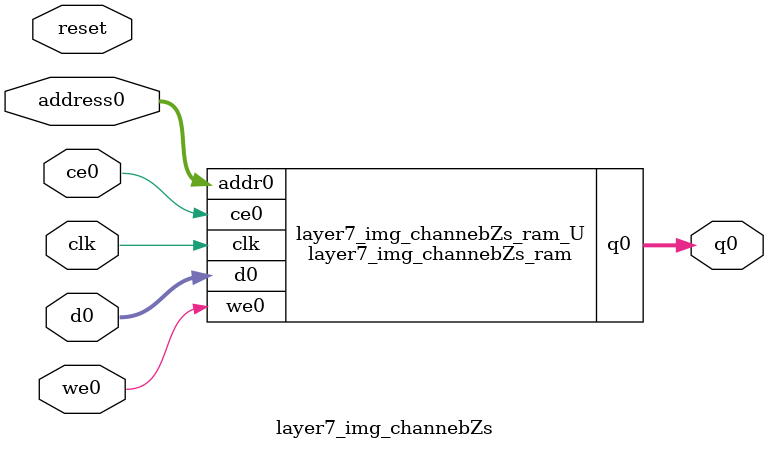
<source format=v>
`timescale 1 ns / 1 ps
module layer7_img_channebZs_ram (addr0, ce0, d0, we0, q0,  clk);

parameter DWIDTH = 4;
parameter AWIDTH = 10;
parameter MEM_SIZE = 768;

input[AWIDTH-1:0] addr0;
input ce0;
input[DWIDTH-1:0] d0;
input we0;
output reg[DWIDTH-1:0] q0;
input clk;

(* ram_style = "block" *)reg [DWIDTH-1:0] ram[0:MEM_SIZE-1];




always @(posedge clk)  
begin 
    if (ce0) 
    begin
        if (we0) 
        begin 
            ram[addr0] <= d0; 
        end 
        q0 <= ram[addr0];
    end
end


endmodule

`timescale 1 ns / 1 ps
module layer7_img_channebZs(
    reset,
    clk,
    address0,
    ce0,
    we0,
    d0,
    q0);

parameter DataWidth = 32'd4;
parameter AddressRange = 32'd768;
parameter AddressWidth = 32'd10;
input reset;
input clk;
input[AddressWidth - 1:0] address0;
input ce0;
input we0;
input[DataWidth - 1:0] d0;
output[DataWidth - 1:0] q0;



layer7_img_channebZs_ram layer7_img_channebZs_ram_U(
    .clk( clk ),
    .addr0( address0 ),
    .ce0( ce0 ),
    .we0( we0 ),
    .d0( d0 ),
    .q0( q0 ));

endmodule


</source>
